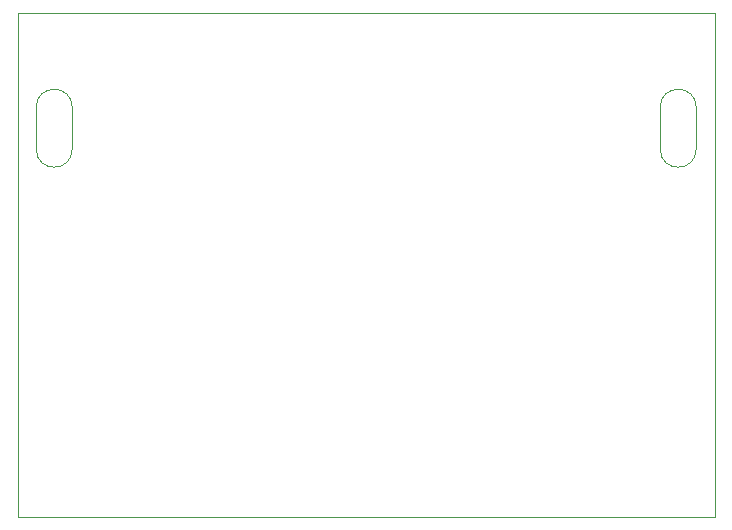
<source format=gm1>
G04 #@! TF.GenerationSoftware,KiCad,Pcbnew,(5.1.0)-1*
G04 #@! TF.CreationDate,2019-07-06T13:17:58-04:00*
G04 #@! TF.ProjectId,Inline SCART Splitter,496e6c69-6e65-4205-9343-415254205370,rev?*
G04 #@! TF.SameCoordinates,Original*
G04 #@! TF.FileFunction,Profile,NP*
%FSLAX46Y46*%
G04 Gerber Fmt 4.6, Leading zero omitted, Abs format (unit mm)*
G04 Created by KiCad (PCBNEW (5.1.0)-1) date 2019-07-06 13:17:58*
%MOMM*%
%LPD*%
G04 APERTURE LIST*
%ADD10C,0.050000*%
%ADD11C,0.002400*%
G04 APERTURE END LIST*
D10*
X103000000Y-66200000D02*
X162000000Y-66200000D01*
X103000000Y-36000000D02*
X103000000Y-66200000D01*
X162000000Y-23500000D02*
X162000000Y-66200000D01*
X103000000Y-23500000D02*
X162000000Y-23500000D01*
X103000000Y-36000000D02*
X103000000Y-23500000D01*
D11*
X107608000Y-31498000D02*
X107608000Y-35054000D01*
D10*
X104560000Y-31498000D02*
G75*
G02X107608000Y-31498000I1524000J0D01*
G01*
X104560000Y-35053998D02*
G75*
G03X107608000Y-35054000I1524000J-1D01*
G01*
D11*
X104560000Y-35054000D02*
X104560000Y-31498000D01*
X160440000Y-31498000D02*
X160440000Y-35054000D01*
D10*
X157392000Y-31498000D02*
G75*
G02X160440000Y-31498000I1524000J0D01*
G01*
X157392000Y-35053998D02*
G75*
G03X160440000Y-35054000I1524000J-1D01*
G01*
D11*
X157392000Y-35054000D02*
X157392000Y-31498000D01*
M02*

</source>
